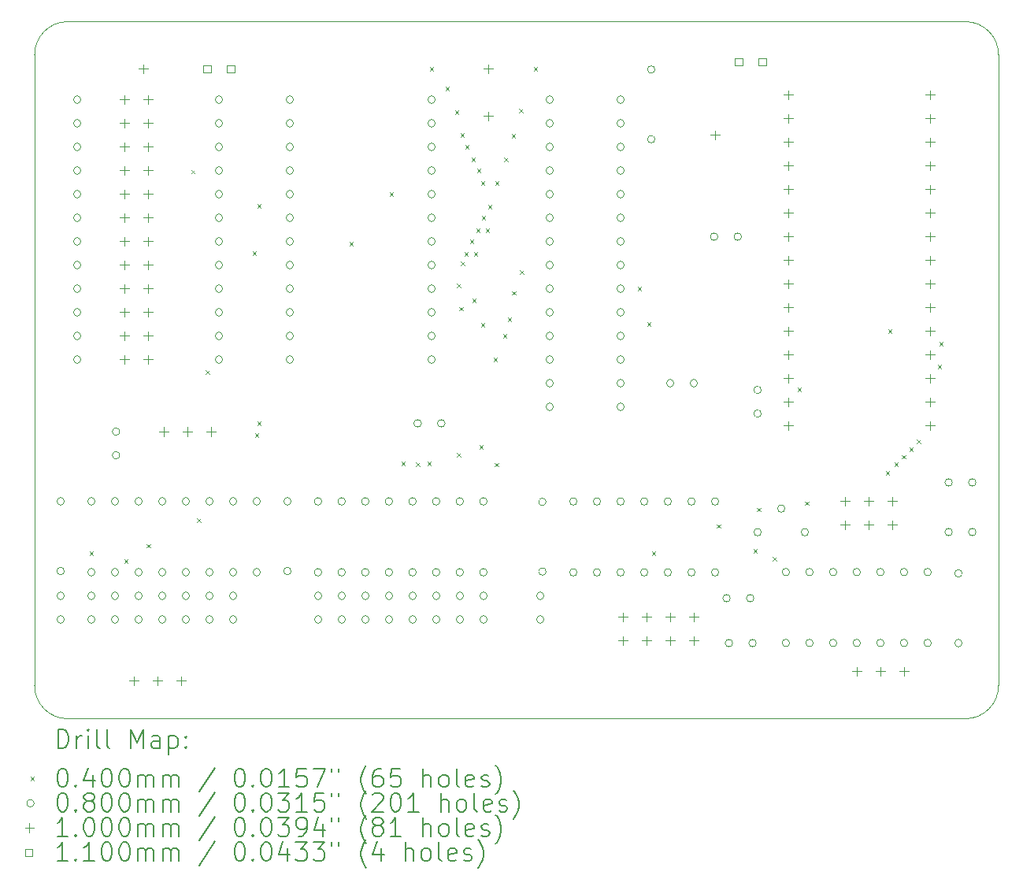
<source format=gbr>
%FSLAX45Y45*%
G04 Gerber Fmt 4.5, Leading zero omitted, Abs format (unit mm)*
G04 Created by KiCad (PCBNEW (6.0.0)) date 2022-08-18 21:42:41*
%MOMM*%
%LPD*%
G01*
G04 APERTURE LIST*
%TA.AperFunction,Profile*%
%ADD10C,0.100000*%
%TD*%
%ADD11C,0.200000*%
%ADD12C,0.040000*%
%ADD13C,0.080000*%
%ADD14C,0.100000*%
%ADD15C,0.110000*%
G04 APERTURE END LIST*
D10*
X8458200Y-9728200D02*
X8458200Y-9906000D01*
X18465800Y-16865600D02*
G75*
G03*
X18821400Y-16510000I0J355600D01*
G01*
X8458200Y-12344400D02*
X8458200Y-14681200D01*
X18465800Y-16865600D02*
X9855200Y-16865600D01*
X17805400Y-9372600D02*
X18465800Y-9372600D01*
X8458200Y-16510000D02*
X8458200Y-14681200D01*
X8813800Y-16865600D02*
X9855200Y-16865600D01*
X8813800Y-9372600D02*
X17805400Y-9372600D01*
X18821400Y-16510000D02*
X18821400Y-9728200D01*
X18821400Y-9728200D02*
G75*
G03*
X18465800Y-9372600I-355600J0D01*
G01*
X8813800Y-9372600D02*
G75*
G03*
X8458200Y-9728200I0J-355600D01*
G01*
X8458200Y-12344400D02*
X8458200Y-9906000D01*
X8458200Y-16510000D02*
G75*
G03*
X8813800Y-16865600I355600J0D01*
G01*
D11*
D12*
X9047800Y-15067600D02*
X9087800Y-15107600D01*
X9087800Y-15067600D02*
X9047800Y-15107600D01*
X9421751Y-15150849D02*
X9461751Y-15190849D01*
X9461751Y-15150849D02*
X9421751Y-15190849D01*
X9661151Y-14987649D02*
X9701151Y-15027649D01*
X9701151Y-14987649D02*
X9661151Y-15027649D01*
X10140000Y-10965500D02*
X10180000Y-11005500D01*
X10180000Y-10965500D02*
X10140000Y-11005500D01*
X10203500Y-14712000D02*
X10243500Y-14752000D01*
X10243500Y-14712000D02*
X10203500Y-14752000D01*
X10299449Y-13118849D02*
X10339449Y-13158849D01*
X10339449Y-13118849D02*
X10299449Y-13158849D01*
X10800400Y-11841800D02*
X10840400Y-11881800D01*
X10840400Y-11841800D02*
X10800400Y-11881800D01*
X10825800Y-13797600D02*
X10865800Y-13837600D01*
X10865800Y-13797600D02*
X10825800Y-13837600D01*
X10851200Y-11333800D02*
X10891200Y-11373800D01*
X10891200Y-11333800D02*
X10851200Y-11373800D01*
X10851200Y-13670600D02*
X10891200Y-13710600D01*
X10891200Y-13670600D02*
X10851200Y-13710600D01*
X11841800Y-11740200D02*
X11881800Y-11780200D01*
X11881800Y-11740200D02*
X11841800Y-11780200D01*
X12273600Y-11206800D02*
X12313600Y-11246800D01*
X12313600Y-11206800D02*
X12273600Y-11246800D01*
X12400600Y-14102400D02*
X12440600Y-14142400D01*
X12440600Y-14102400D02*
X12400600Y-14142400D01*
X12559966Y-14109366D02*
X12599966Y-14149366D01*
X12599966Y-14109366D02*
X12559966Y-14149366D01*
X12680000Y-14102400D02*
X12720000Y-14142400D01*
X12720000Y-14102400D02*
X12680000Y-14142400D01*
X12705400Y-9860600D02*
X12745400Y-9900600D01*
X12745400Y-9860600D02*
X12705400Y-9900600D01*
X12876151Y-10070849D02*
X12916151Y-10110849D01*
X12916151Y-10070849D02*
X12876151Y-10110849D01*
X12977751Y-10324849D02*
X13017751Y-10364849D01*
X13017751Y-10324849D02*
X12977751Y-10364849D01*
X12994960Y-12187240D02*
X13034960Y-12227240D01*
X13034960Y-12187240D02*
X12994960Y-12227240D01*
X13001048Y-14009952D02*
X13041048Y-14049952D01*
X13041048Y-14009952D02*
X13001048Y-14049952D01*
X13022900Y-12438700D02*
X13062900Y-12478700D01*
X13062900Y-12438700D02*
X13022900Y-12478700D01*
X13035600Y-10571800D02*
X13075600Y-10611800D01*
X13075600Y-10571800D02*
X13035600Y-10611800D01*
X13041950Y-11954830D02*
X13081950Y-11994830D01*
X13081950Y-11954830D02*
X13041950Y-11994830D01*
X13079351Y-11848849D02*
X13119351Y-11888849D01*
X13119351Y-11848849D02*
X13079351Y-11888849D01*
X13086400Y-10698800D02*
X13126400Y-10738800D01*
X13126400Y-10698800D02*
X13086400Y-10738800D01*
X13137200Y-11714800D02*
X13177200Y-11754800D01*
X13177200Y-11714800D02*
X13137200Y-11754800D01*
X13155551Y-10832849D02*
X13195551Y-10872849D01*
X13195551Y-10832849D02*
X13155551Y-10872849D01*
X13162600Y-12349800D02*
X13202600Y-12389800D01*
X13202600Y-12349800D02*
X13162600Y-12389800D01*
X13180951Y-11848849D02*
X13220951Y-11888849D01*
X13220951Y-11848849D02*
X13180951Y-11888849D01*
X13206351Y-11594849D02*
X13246351Y-11634849D01*
X13246351Y-11594849D02*
X13206351Y-11634849D01*
X13213400Y-10952800D02*
X13253400Y-10992800D01*
X13253400Y-10952800D02*
X13213400Y-10992800D01*
X13238800Y-13924600D02*
X13278800Y-13964600D01*
X13278800Y-13924600D02*
X13238800Y-13964600D01*
X13257151Y-11086849D02*
X13297151Y-11126849D01*
X13297151Y-11086849D02*
X13257151Y-11126849D01*
X13257151Y-12610849D02*
X13297151Y-12650849D01*
X13297151Y-12610849D02*
X13257151Y-12650849D01*
X13264200Y-11460800D02*
X13304200Y-11500800D01*
X13304200Y-11460800D02*
X13264200Y-11500800D01*
X13307951Y-11594849D02*
X13347951Y-11634849D01*
X13347951Y-11594849D02*
X13307951Y-11634849D01*
X13333351Y-11340849D02*
X13373351Y-11380849D01*
X13373351Y-11340849D02*
X13333351Y-11380849D01*
X13391200Y-12984800D02*
X13431200Y-13024800D01*
X13431200Y-12984800D02*
X13391200Y-13024800D01*
X13403900Y-14115100D02*
X13443900Y-14155100D01*
X13443900Y-14115100D02*
X13403900Y-14155100D01*
X13409551Y-11086849D02*
X13449551Y-11126849D01*
X13449551Y-11086849D02*
X13409551Y-11126849D01*
X13492800Y-12730800D02*
X13532800Y-12770800D01*
X13532800Y-12730800D02*
X13492800Y-12770800D01*
X13507806Y-10836194D02*
X13547806Y-10876194D01*
X13547806Y-10836194D02*
X13507806Y-10876194D01*
X13543600Y-12553000D02*
X13583600Y-12593000D01*
X13583600Y-12553000D02*
X13543600Y-12593000D01*
X13587351Y-10578849D02*
X13627351Y-10618849D01*
X13627351Y-10578849D02*
X13587351Y-10618849D01*
X13590531Y-12269849D02*
X13630531Y-12309849D01*
X13630531Y-12269849D02*
X13590531Y-12309849D01*
X13667489Y-10310751D02*
X13707489Y-10350751D01*
X13707489Y-10310751D02*
X13667489Y-10350751D01*
X13677783Y-12042897D02*
X13717783Y-12082897D01*
X13717783Y-12042897D02*
X13677783Y-12082897D01*
X13823000Y-9860600D02*
X13863000Y-9900600D01*
X13863000Y-9860600D02*
X13823000Y-9900600D01*
X14940600Y-12222800D02*
X14980600Y-12262800D01*
X14980600Y-12222800D02*
X14940600Y-12262800D01*
X15042200Y-12603800D02*
X15082200Y-12643800D01*
X15082200Y-12603800D02*
X15042200Y-12643800D01*
X15093000Y-15067600D02*
X15133000Y-15107600D01*
X15133000Y-15067600D02*
X15093000Y-15107600D01*
X15791500Y-14775500D02*
X15831500Y-14815500D01*
X15831500Y-14775500D02*
X15791500Y-14815500D01*
X16185200Y-15042200D02*
X16225200Y-15082200D01*
X16225200Y-15042200D02*
X16185200Y-15082200D01*
X16223300Y-14597700D02*
X16263300Y-14637700D01*
X16263300Y-14597700D02*
X16223300Y-14637700D01*
X16394949Y-15124949D02*
X16434949Y-15164949D01*
X16434949Y-15124949D02*
X16394949Y-15164949D01*
X16660751Y-13307951D02*
X16700751Y-13347951D01*
X16700751Y-13307951D02*
X16660751Y-13347951D01*
X16740702Y-14530902D02*
X16780702Y-14570902D01*
X16780702Y-14530902D02*
X16740702Y-14570902D01*
X17607600Y-14204000D02*
X17647600Y-14244000D01*
X17647600Y-14204000D02*
X17607600Y-14244000D01*
X17633000Y-12680000D02*
X17673000Y-12720000D01*
X17673000Y-12680000D02*
X17633000Y-12720000D01*
X17701698Y-14109902D02*
X17741698Y-14149902D01*
X17741698Y-14109902D02*
X17701698Y-14149902D01*
X17781649Y-14029951D02*
X17821649Y-14069951D01*
X17821649Y-14029951D02*
X17781649Y-14069951D01*
X17861600Y-13950000D02*
X17901600Y-13990000D01*
X17901600Y-13950000D02*
X17861600Y-13990000D01*
X17944849Y-13866751D02*
X17984849Y-13906751D01*
X17984849Y-13866751D02*
X17944849Y-13906751D01*
X18166400Y-13061000D02*
X18206400Y-13101000D01*
X18206400Y-13061000D02*
X18166400Y-13101000D01*
X18184751Y-12814049D02*
X18224751Y-12854049D01*
X18224751Y-12814049D02*
X18184751Y-12854049D01*
D13*
X8777600Y-14528800D02*
G75*
G03*
X8777600Y-14528800I-40000J0D01*
G01*
X8777600Y-15278800D02*
G75*
G03*
X8777600Y-15278800I-40000J0D01*
G01*
X8777600Y-15544800D02*
G75*
G03*
X8777600Y-15544800I-40000J0D01*
G01*
X8777600Y-15798800D02*
G75*
G03*
X8777600Y-15798800I-40000J0D01*
G01*
X8955400Y-10210800D02*
G75*
G03*
X8955400Y-10210800I-40000J0D01*
G01*
X8955400Y-10464800D02*
G75*
G03*
X8955400Y-10464800I-40000J0D01*
G01*
X8955400Y-10718800D02*
G75*
G03*
X8955400Y-10718800I-40000J0D01*
G01*
X8955400Y-10972800D02*
G75*
G03*
X8955400Y-10972800I-40000J0D01*
G01*
X8955400Y-11226800D02*
G75*
G03*
X8955400Y-11226800I-40000J0D01*
G01*
X8955400Y-11480800D02*
G75*
G03*
X8955400Y-11480800I-40000J0D01*
G01*
X8955400Y-11734800D02*
G75*
G03*
X8955400Y-11734800I-40000J0D01*
G01*
X8955400Y-11988800D02*
G75*
G03*
X8955400Y-11988800I-40000J0D01*
G01*
X8955400Y-12242800D02*
G75*
G03*
X8955400Y-12242800I-40000J0D01*
G01*
X8955400Y-12496800D02*
G75*
G03*
X8955400Y-12496800I-40000J0D01*
G01*
X8955400Y-12750800D02*
G75*
G03*
X8955400Y-12750800I-40000J0D01*
G01*
X8955400Y-13004800D02*
G75*
G03*
X8955400Y-13004800I-40000J0D01*
G01*
X9107800Y-14528800D02*
G75*
G03*
X9107800Y-14528800I-40000J0D01*
G01*
X9107800Y-15290800D02*
G75*
G03*
X9107800Y-15290800I-40000J0D01*
G01*
X9107800Y-15544800D02*
G75*
G03*
X9107800Y-15544800I-40000J0D01*
G01*
X9107800Y-15798800D02*
G75*
G03*
X9107800Y-15798800I-40000J0D01*
G01*
X9361800Y-14528800D02*
G75*
G03*
X9361800Y-14528800I-40000J0D01*
G01*
X9361800Y-15290800D02*
G75*
G03*
X9361800Y-15290800I-40000J0D01*
G01*
X9361800Y-15544800D02*
G75*
G03*
X9361800Y-15544800I-40000J0D01*
G01*
X9361800Y-15798800D02*
G75*
G03*
X9361800Y-15798800I-40000J0D01*
G01*
X9374500Y-13779500D02*
G75*
G03*
X9374500Y-13779500I-40000J0D01*
G01*
X9374500Y-14033500D02*
G75*
G03*
X9374500Y-14033500I-40000J0D01*
G01*
X9615800Y-14528800D02*
G75*
G03*
X9615800Y-14528800I-40000J0D01*
G01*
X9615800Y-15290800D02*
G75*
G03*
X9615800Y-15290800I-40000J0D01*
G01*
X9615800Y-15544800D02*
G75*
G03*
X9615800Y-15544800I-40000J0D01*
G01*
X9615800Y-15798800D02*
G75*
G03*
X9615800Y-15798800I-40000J0D01*
G01*
X9869800Y-14528800D02*
G75*
G03*
X9869800Y-14528800I-40000J0D01*
G01*
X9869800Y-15290800D02*
G75*
G03*
X9869800Y-15290800I-40000J0D01*
G01*
X9869800Y-15544800D02*
G75*
G03*
X9869800Y-15544800I-40000J0D01*
G01*
X9869800Y-15798800D02*
G75*
G03*
X9869800Y-15798800I-40000J0D01*
G01*
X10123800Y-14528800D02*
G75*
G03*
X10123800Y-14528800I-40000J0D01*
G01*
X10123800Y-15290800D02*
G75*
G03*
X10123800Y-15290800I-40000J0D01*
G01*
X10123800Y-15544800D02*
G75*
G03*
X10123800Y-15544800I-40000J0D01*
G01*
X10123800Y-15798800D02*
G75*
G03*
X10123800Y-15798800I-40000J0D01*
G01*
X10377800Y-14528800D02*
G75*
G03*
X10377800Y-14528800I-40000J0D01*
G01*
X10377800Y-15290800D02*
G75*
G03*
X10377800Y-15290800I-40000J0D01*
G01*
X10377800Y-15544800D02*
G75*
G03*
X10377800Y-15544800I-40000J0D01*
G01*
X10377800Y-15798800D02*
G75*
G03*
X10377800Y-15798800I-40000J0D01*
G01*
X10479400Y-10210800D02*
G75*
G03*
X10479400Y-10210800I-40000J0D01*
G01*
X10479400Y-10464800D02*
G75*
G03*
X10479400Y-10464800I-40000J0D01*
G01*
X10479400Y-10718800D02*
G75*
G03*
X10479400Y-10718800I-40000J0D01*
G01*
X10479400Y-10972800D02*
G75*
G03*
X10479400Y-10972800I-40000J0D01*
G01*
X10479400Y-11226800D02*
G75*
G03*
X10479400Y-11226800I-40000J0D01*
G01*
X10479400Y-11480800D02*
G75*
G03*
X10479400Y-11480800I-40000J0D01*
G01*
X10479400Y-11734800D02*
G75*
G03*
X10479400Y-11734800I-40000J0D01*
G01*
X10479400Y-11988800D02*
G75*
G03*
X10479400Y-11988800I-40000J0D01*
G01*
X10479400Y-12242800D02*
G75*
G03*
X10479400Y-12242800I-40000J0D01*
G01*
X10479400Y-12496800D02*
G75*
G03*
X10479400Y-12496800I-40000J0D01*
G01*
X10479400Y-12750800D02*
G75*
G03*
X10479400Y-12750800I-40000J0D01*
G01*
X10479400Y-13004800D02*
G75*
G03*
X10479400Y-13004800I-40000J0D01*
G01*
X10631800Y-14528800D02*
G75*
G03*
X10631800Y-14528800I-40000J0D01*
G01*
X10631800Y-15290800D02*
G75*
G03*
X10631800Y-15290800I-40000J0D01*
G01*
X10631800Y-15544800D02*
G75*
G03*
X10631800Y-15544800I-40000J0D01*
G01*
X10631800Y-15798800D02*
G75*
G03*
X10631800Y-15798800I-40000J0D01*
G01*
X10885800Y-14528800D02*
G75*
G03*
X10885800Y-14528800I-40000J0D01*
G01*
X10885800Y-15290800D02*
G75*
G03*
X10885800Y-15290800I-40000J0D01*
G01*
X11216000Y-14528800D02*
G75*
G03*
X11216000Y-14528800I-40000J0D01*
G01*
X11216000Y-15278800D02*
G75*
G03*
X11216000Y-15278800I-40000J0D01*
G01*
X11241400Y-10210800D02*
G75*
G03*
X11241400Y-10210800I-40000J0D01*
G01*
X11241400Y-10464800D02*
G75*
G03*
X11241400Y-10464800I-40000J0D01*
G01*
X11241400Y-10718800D02*
G75*
G03*
X11241400Y-10718800I-40000J0D01*
G01*
X11241400Y-10972800D02*
G75*
G03*
X11241400Y-10972800I-40000J0D01*
G01*
X11241400Y-11226800D02*
G75*
G03*
X11241400Y-11226800I-40000J0D01*
G01*
X11241400Y-11480800D02*
G75*
G03*
X11241400Y-11480800I-40000J0D01*
G01*
X11241400Y-11734800D02*
G75*
G03*
X11241400Y-11734800I-40000J0D01*
G01*
X11241400Y-11988800D02*
G75*
G03*
X11241400Y-11988800I-40000J0D01*
G01*
X11241400Y-12242800D02*
G75*
G03*
X11241400Y-12242800I-40000J0D01*
G01*
X11241400Y-12496800D02*
G75*
G03*
X11241400Y-12496800I-40000J0D01*
G01*
X11241400Y-12750800D02*
G75*
G03*
X11241400Y-12750800I-40000J0D01*
G01*
X11241400Y-13004800D02*
G75*
G03*
X11241400Y-13004800I-40000J0D01*
G01*
X11544700Y-14529800D02*
G75*
G03*
X11544700Y-14529800I-40000J0D01*
G01*
X11544700Y-15291800D02*
G75*
G03*
X11544700Y-15291800I-40000J0D01*
G01*
X11546200Y-15544800D02*
G75*
G03*
X11546200Y-15544800I-40000J0D01*
G01*
X11546200Y-15798800D02*
G75*
G03*
X11546200Y-15798800I-40000J0D01*
G01*
X11798700Y-14529800D02*
G75*
G03*
X11798700Y-14529800I-40000J0D01*
G01*
X11798700Y-15291800D02*
G75*
G03*
X11798700Y-15291800I-40000J0D01*
G01*
X11800200Y-15544800D02*
G75*
G03*
X11800200Y-15544800I-40000J0D01*
G01*
X11800200Y-15798800D02*
G75*
G03*
X11800200Y-15798800I-40000J0D01*
G01*
X12052700Y-14529800D02*
G75*
G03*
X12052700Y-14529800I-40000J0D01*
G01*
X12052700Y-15291800D02*
G75*
G03*
X12052700Y-15291800I-40000J0D01*
G01*
X12054200Y-15544800D02*
G75*
G03*
X12054200Y-15544800I-40000J0D01*
G01*
X12054200Y-15798800D02*
G75*
G03*
X12054200Y-15798800I-40000J0D01*
G01*
X12306700Y-14529800D02*
G75*
G03*
X12306700Y-14529800I-40000J0D01*
G01*
X12306700Y-15291800D02*
G75*
G03*
X12306700Y-15291800I-40000J0D01*
G01*
X12308200Y-15544800D02*
G75*
G03*
X12308200Y-15544800I-40000J0D01*
G01*
X12308200Y-15798800D02*
G75*
G03*
X12308200Y-15798800I-40000J0D01*
G01*
X12560700Y-14529800D02*
G75*
G03*
X12560700Y-14529800I-40000J0D01*
G01*
X12560700Y-15291800D02*
G75*
G03*
X12560700Y-15291800I-40000J0D01*
G01*
X12562200Y-15544800D02*
G75*
G03*
X12562200Y-15544800I-40000J0D01*
G01*
X12562200Y-15798800D02*
G75*
G03*
X12562200Y-15798800I-40000J0D01*
G01*
X12615900Y-13690600D02*
G75*
G03*
X12615900Y-13690600I-40000J0D01*
G01*
X12765400Y-10210800D02*
G75*
G03*
X12765400Y-10210800I-40000J0D01*
G01*
X12765400Y-10464800D02*
G75*
G03*
X12765400Y-10464800I-40000J0D01*
G01*
X12765400Y-10718800D02*
G75*
G03*
X12765400Y-10718800I-40000J0D01*
G01*
X12765400Y-10972800D02*
G75*
G03*
X12765400Y-10972800I-40000J0D01*
G01*
X12765400Y-11226800D02*
G75*
G03*
X12765400Y-11226800I-40000J0D01*
G01*
X12765400Y-11480800D02*
G75*
G03*
X12765400Y-11480800I-40000J0D01*
G01*
X12765400Y-11734800D02*
G75*
G03*
X12765400Y-11734800I-40000J0D01*
G01*
X12765400Y-11988800D02*
G75*
G03*
X12765400Y-11988800I-40000J0D01*
G01*
X12765400Y-12242800D02*
G75*
G03*
X12765400Y-12242800I-40000J0D01*
G01*
X12765400Y-12496800D02*
G75*
G03*
X12765400Y-12496800I-40000J0D01*
G01*
X12765400Y-12750800D02*
G75*
G03*
X12765400Y-12750800I-40000J0D01*
G01*
X12765400Y-13004800D02*
G75*
G03*
X12765400Y-13004800I-40000J0D01*
G01*
X12814700Y-14529800D02*
G75*
G03*
X12814700Y-14529800I-40000J0D01*
G01*
X12814700Y-15291800D02*
G75*
G03*
X12814700Y-15291800I-40000J0D01*
G01*
X12816200Y-15544800D02*
G75*
G03*
X12816200Y-15544800I-40000J0D01*
G01*
X12816200Y-15798800D02*
G75*
G03*
X12816200Y-15798800I-40000J0D01*
G01*
X12869900Y-13690600D02*
G75*
G03*
X12869900Y-13690600I-40000J0D01*
G01*
X13068700Y-14529800D02*
G75*
G03*
X13068700Y-14529800I-40000J0D01*
G01*
X13068700Y-15291800D02*
G75*
G03*
X13068700Y-15291800I-40000J0D01*
G01*
X13070200Y-15544800D02*
G75*
G03*
X13070200Y-15544800I-40000J0D01*
G01*
X13070200Y-15798800D02*
G75*
G03*
X13070200Y-15798800I-40000J0D01*
G01*
X13322700Y-14529800D02*
G75*
G03*
X13322700Y-14529800I-40000J0D01*
G01*
X13322700Y-15291800D02*
G75*
G03*
X13322700Y-15291800I-40000J0D01*
G01*
X13324200Y-15544800D02*
G75*
G03*
X13324200Y-15544800I-40000J0D01*
G01*
X13324200Y-15798800D02*
G75*
G03*
X13324200Y-15798800I-40000J0D01*
G01*
X13933800Y-15544800D02*
G75*
G03*
X13933800Y-15544800I-40000J0D01*
G01*
X13933800Y-15798800D02*
G75*
G03*
X13933800Y-15798800I-40000J0D01*
G01*
X13956900Y-14533800D02*
G75*
G03*
X13956900Y-14533800I-40000J0D01*
G01*
X13956900Y-15283800D02*
G75*
G03*
X13956900Y-15283800I-40000J0D01*
G01*
X14035400Y-10210800D02*
G75*
G03*
X14035400Y-10210800I-40000J0D01*
G01*
X14035400Y-10464800D02*
G75*
G03*
X14035400Y-10464800I-40000J0D01*
G01*
X14035400Y-10718800D02*
G75*
G03*
X14035400Y-10718800I-40000J0D01*
G01*
X14035400Y-10972800D02*
G75*
G03*
X14035400Y-10972800I-40000J0D01*
G01*
X14035400Y-11226800D02*
G75*
G03*
X14035400Y-11226800I-40000J0D01*
G01*
X14035400Y-11480800D02*
G75*
G03*
X14035400Y-11480800I-40000J0D01*
G01*
X14035400Y-11734800D02*
G75*
G03*
X14035400Y-11734800I-40000J0D01*
G01*
X14035400Y-11988800D02*
G75*
G03*
X14035400Y-11988800I-40000J0D01*
G01*
X14035400Y-12242800D02*
G75*
G03*
X14035400Y-12242800I-40000J0D01*
G01*
X14035400Y-12496800D02*
G75*
G03*
X14035400Y-12496800I-40000J0D01*
G01*
X14035400Y-12750800D02*
G75*
G03*
X14035400Y-12750800I-40000J0D01*
G01*
X14035400Y-13004800D02*
G75*
G03*
X14035400Y-13004800I-40000J0D01*
G01*
X14035400Y-13258800D02*
G75*
G03*
X14035400Y-13258800I-40000J0D01*
G01*
X14035400Y-13512800D02*
G75*
G03*
X14035400Y-13512800I-40000J0D01*
G01*
X14289900Y-14529800D02*
G75*
G03*
X14289900Y-14529800I-40000J0D01*
G01*
X14289900Y-15291800D02*
G75*
G03*
X14289900Y-15291800I-40000J0D01*
G01*
X14543900Y-14529800D02*
G75*
G03*
X14543900Y-14529800I-40000J0D01*
G01*
X14543900Y-15291800D02*
G75*
G03*
X14543900Y-15291800I-40000J0D01*
G01*
X14797400Y-10210800D02*
G75*
G03*
X14797400Y-10210800I-40000J0D01*
G01*
X14797400Y-10464800D02*
G75*
G03*
X14797400Y-10464800I-40000J0D01*
G01*
X14797400Y-10718800D02*
G75*
G03*
X14797400Y-10718800I-40000J0D01*
G01*
X14797400Y-10972800D02*
G75*
G03*
X14797400Y-10972800I-40000J0D01*
G01*
X14797400Y-11226800D02*
G75*
G03*
X14797400Y-11226800I-40000J0D01*
G01*
X14797400Y-11480800D02*
G75*
G03*
X14797400Y-11480800I-40000J0D01*
G01*
X14797400Y-11734800D02*
G75*
G03*
X14797400Y-11734800I-40000J0D01*
G01*
X14797400Y-11988800D02*
G75*
G03*
X14797400Y-11988800I-40000J0D01*
G01*
X14797400Y-12242800D02*
G75*
G03*
X14797400Y-12242800I-40000J0D01*
G01*
X14797400Y-12496800D02*
G75*
G03*
X14797400Y-12496800I-40000J0D01*
G01*
X14797400Y-12750800D02*
G75*
G03*
X14797400Y-12750800I-40000J0D01*
G01*
X14797400Y-13004800D02*
G75*
G03*
X14797400Y-13004800I-40000J0D01*
G01*
X14797400Y-13258800D02*
G75*
G03*
X14797400Y-13258800I-40000J0D01*
G01*
X14797400Y-13512800D02*
G75*
G03*
X14797400Y-13512800I-40000J0D01*
G01*
X14797900Y-14529800D02*
G75*
G03*
X14797900Y-14529800I-40000J0D01*
G01*
X14797900Y-15291800D02*
G75*
G03*
X14797900Y-15291800I-40000J0D01*
G01*
X15051900Y-14529800D02*
G75*
G03*
X15051900Y-14529800I-40000J0D01*
G01*
X15051900Y-15291800D02*
G75*
G03*
X15051900Y-15291800I-40000J0D01*
G01*
X15127600Y-9886600D02*
G75*
G03*
X15127600Y-9886600I-40000J0D01*
G01*
X15127600Y-10636600D02*
G75*
G03*
X15127600Y-10636600I-40000J0D01*
G01*
X15305900Y-14529800D02*
G75*
G03*
X15305900Y-14529800I-40000J0D01*
G01*
X15305900Y-15291800D02*
G75*
G03*
X15305900Y-15291800I-40000J0D01*
G01*
X15330800Y-13258800D02*
G75*
G03*
X15330800Y-13258800I-40000J0D01*
G01*
X15559900Y-14529800D02*
G75*
G03*
X15559900Y-14529800I-40000J0D01*
G01*
X15559900Y-15291800D02*
G75*
G03*
X15559900Y-15291800I-40000J0D01*
G01*
X15584800Y-13258800D02*
G75*
G03*
X15584800Y-13258800I-40000J0D01*
G01*
X15803569Y-11684000D02*
G75*
G03*
X15803569Y-11684000I-40000J0D01*
G01*
X15813900Y-14529800D02*
G75*
G03*
X15813900Y-14529800I-40000J0D01*
G01*
X15813900Y-15291800D02*
G75*
G03*
X15813900Y-15291800I-40000J0D01*
G01*
X15937500Y-15570200D02*
G75*
G03*
X15937500Y-15570200I-40000J0D01*
G01*
X15962900Y-16052800D02*
G75*
G03*
X15962900Y-16052800I-40000J0D01*
G01*
X16057569Y-11684000D02*
G75*
G03*
X16057569Y-11684000I-40000J0D01*
G01*
X16191500Y-15570200D02*
G75*
G03*
X16191500Y-15570200I-40000J0D01*
G01*
X16216900Y-16052800D02*
G75*
G03*
X16216900Y-16052800I-40000J0D01*
G01*
X16270600Y-13332100D02*
G75*
G03*
X16270600Y-13332100I-40000J0D01*
G01*
X16270600Y-13586100D02*
G75*
G03*
X16270600Y-13586100I-40000J0D01*
G01*
X16270600Y-14859800D02*
G75*
G03*
X16270600Y-14859800I-40000J0D01*
G01*
X16524600Y-14605800D02*
G75*
G03*
X16524600Y-14605800I-40000J0D01*
G01*
X16574900Y-15289800D02*
G75*
G03*
X16574900Y-15289800I-40000J0D01*
G01*
X16574900Y-16051800D02*
G75*
G03*
X16574900Y-16051800I-40000J0D01*
G01*
X16778600Y-14859800D02*
G75*
G03*
X16778600Y-14859800I-40000J0D01*
G01*
X16828900Y-15289800D02*
G75*
G03*
X16828900Y-15289800I-40000J0D01*
G01*
X16828900Y-16051800D02*
G75*
G03*
X16828900Y-16051800I-40000J0D01*
G01*
X17082900Y-15289800D02*
G75*
G03*
X17082900Y-15289800I-40000J0D01*
G01*
X17082900Y-16051800D02*
G75*
G03*
X17082900Y-16051800I-40000J0D01*
G01*
X17336900Y-15289800D02*
G75*
G03*
X17336900Y-15289800I-40000J0D01*
G01*
X17336900Y-16051800D02*
G75*
G03*
X17336900Y-16051800I-40000J0D01*
G01*
X17590900Y-15289800D02*
G75*
G03*
X17590900Y-15289800I-40000J0D01*
G01*
X17590900Y-16051800D02*
G75*
G03*
X17590900Y-16051800I-40000J0D01*
G01*
X17844900Y-15289800D02*
G75*
G03*
X17844900Y-15289800I-40000J0D01*
G01*
X17844900Y-16051800D02*
G75*
G03*
X17844900Y-16051800I-40000J0D01*
G01*
X18098900Y-15289800D02*
G75*
G03*
X18098900Y-15289800I-40000J0D01*
G01*
X18098900Y-16051800D02*
G75*
G03*
X18098900Y-16051800I-40000J0D01*
G01*
X18325100Y-14325600D02*
G75*
G03*
X18325100Y-14325600I-40000J0D01*
G01*
X18325100Y-14859000D02*
G75*
G03*
X18325100Y-14859000I-40000J0D01*
G01*
X18429600Y-15302800D02*
G75*
G03*
X18429600Y-15302800I-40000J0D01*
G01*
X18429600Y-16052800D02*
G75*
G03*
X18429600Y-16052800I-40000J0D01*
G01*
X18579100Y-14325600D02*
G75*
G03*
X18579100Y-14325600I-40000J0D01*
G01*
X18579100Y-14859000D02*
G75*
G03*
X18579100Y-14859000I-40000J0D01*
G01*
D14*
X9423400Y-10160800D02*
X9423400Y-10260800D01*
X9373400Y-10210800D02*
X9473400Y-10210800D01*
X9423400Y-10414800D02*
X9423400Y-10514800D01*
X9373400Y-10464800D02*
X9473400Y-10464800D01*
X9423400Y-10668800D02*
X9423400Y-10768800D01*
X9373400Y-10718800D02*
X9473400Y-10718800D01*
X9423400Y-10922800D02*
X9423400Y-11022800D01*
X9373400Y-10972800D02*
X9473400Y-10972800D01*
X9423400Y-11176800D02*
X9423400Y-11276800D01*
X9373400Y-11226800D02*
X9473400Y-11226800D01*
X9423400Y-11430800D02*
X9423400Y-11530800D01*
X9373400Y-11480800D02*
X9473400Y-11480800D01*
X9423400Y-11684800D02*
X9423400Y-11784800D01*
X9373400Y-11734800D02*
X9473400Y-11734800D01*
X9423400Y-11938800D02*
X9423400Y-12038800D01*
X9373400Y-11988800D02*
X9473400Y-11988800D01*
X9423400Y-12192800D02*
X9423400Y-12292800D01*
X9373400Y-12242800D02*
X9473400Y-12242800D01*
X9423400Y-12446800D02*
X9423400Y-12546800D01*
X9373400Y-12496800D02*
X9473400Y-12496800D01*
X9423400Y-12700800D02*
X9423400Y-12800800D01*
X9373400Y-12750800D02*
X9473400Y-12750800D01*
X9423400Y-12954800D02*
X9423400Y-13054800D01*
X9373400Y-13004800D02*
X9473400Y-13004800D01*
X9526500Y-16409200D02*
X9526500Y-16509200D01*
X9476500Y-16459200D02*
X9576500Y-16459200D01*
X9626600Y-9830600D02*
X9626600Y-9930600D01*
X9576600Y-9880600D02*
X9676600Y-9880600D01*
X9677400Y-10160800D02*
X9677400Y-10260800D01*
X9627400Y-10210800D02*
X9727400Y-10210800D01*
X9677400Y-10414800D02*
X9677400Y-10514800D01*
X9627400Y-10464800D02*
X9727400Y-10464800D01*
X9677400Y-10668800D02*
X9677400Y-10768800D01*
X9627400Y-10718800D02*
X9727400Y-10718800D01*
X9677400Y-10922800D02*
X9677400Y-11022800D01*
X9627400Y-10972800D02*
X9727400Y-10972800D01*
X9677400Y-11176800D02*
X9677400Y-11276800D01*
X9627400Y-11226800D02*
X9727400Y-11226800D01*
X9677400Y-11430800D02*
X9677400Y-11530800D01*
X9627400Y-11480800D02*
X9727400Y-11480800D01*
X9677400Y-11684800D02*
X9677400Y-11784800D01*
X9627400Y-11734800D02*
X9727400Y-11734800D01*
X9677400Y-11938800D02*
X9677400Y-12038800D01*
X9627400Y-11988800D02*
X9727400Y-11988800D01*
X9677400Y-12192800D02*
X9677400Y-12292800D01*
X9627400Y-12242800D02*
X9727400Y-12242800D01*
X9677400Y-12446800D02*
X9677400Y-12546800D01*
X9627400Y-12496800D02*
X9727400Y-12496800D01*
X9677400Y-12700800D02*
X9677400Y-12800800D01*
X9627400Y-12750800D02*
X9727400Y-12750800D01*
X9677400Y-12954800D02*
X9677400Y-13054800D01*
X9627400Y-13004800D02*
X9727400Y-13004800D01*
X9780500Y-16409200D02*
X9780500Y-16509200D01*
X9730500Y-16459200D02*
X9830500Y-16459200D01*
X9844000Y-13729500D02*
X9844000Y-13829500D01*
X9794000Y-13779500D02*
X9894000Y-13779500D01*
X10034500Y-16409200D02*
X10034500Y-16509200D01*
X9984500Y-16459200D02*
X10084500Y-16459200D01*
X10098000Y-13729500D02*
X10098000Y-13829500D01*
X10048000Y-13779500D02*
X10148000Y-13779500D01*
X10352000Y-13729500D02*
X10352000Y-13829500D01*
X10302000Y-13779500D02*
X10402000Y-13779500D01*
X13335000Y-9830600D02*
X13335000Y-9930600D01*
X13285000Y-9880600D02*
X13385000Y-9880600D01*
X13335000Y-10338600D02*
X13335000Y-10438600D01*
X13285000Y-10388600D02*
X13385000Y-10388600D01*
X14781800Y-15722900D02*
X14781800Y-15822900D01*
X14731800Y-15772900D02*
X14831800Y-15772900D01*
X14781800Y-15976900D02*
X14781800Y-16076900D01*
X14731800Y-16026900D02*
X14831800Y-16026900D01*
X15035800Y-15722900D02*
X15035800Y-15822900D01*
X14985800Y-15772900D02*
X15085800Y-15772900D01*
X15035800Y-15976900D02*
X15035800Y-16076900D01*
X14985800Y-16026900D02*
X15085800Y-16026900D01*
X15289800Y-15722900D02*
X15289800Y-15822900D01*
X15239800Y-15772900D02*
X15339800Y-15772900D01*
X15289800Y-15976900D02*
X15289800Y-16076900D01*
X15239800Y-16026900D02*
X15339800Y-16026900D01*
X15543800Y-15722900D02*
X15543800Y-15822900D01*
X15493800Y-15772900D02*
X15593800Y-15772900D01*
X15543800Y-15976900D02*
X15543800Y-16076900D01*
X15493800Y-16026900D02*
X15593800Y-16026900D01*
X15773400Y-10541800D02*
X15773400Y-10641800D01*
X15723400Y-10591800D02*
X15823400Y-10591800D01*
X16560800Y-10110000D02*
X16560800Y-10210000D01*
X16510800Y-10160000D02*
X16610800Y-10160000D01*
X16560800Y-10364000D02*
X16560800Y-10464000D01*
X16510800Y-10414000D02*
X16610800Y-10414000D01*
X16560800Y-10618000D02*
X16560800Y-10718000D01*
X16510800Y-10668000D02*
X16610800Y-10668000D01*
X16560800Y-10872000D02*
X16560800Y-10972000D01*
X16510800Y-10922000D02*
X16610800Y-10922000D01*
X16560800Y-11126000D02*
X16560800Y-11226000D01*
X16510800Y-11176000D02*
X16610800Y-11176000D01*
X16560800Y-11380000D02*
X16560800Y-11480000D01*
X16510800Y-11430000D02*
X16610800Y-11430000D01*
X16560800Y-11634000D02*
X16560800Y-11734000D01*
X16510800Y-11684000D02*
X16610800Y-11684000D01*
X16560800Y-11888000D02*
X16560800Y-11988000D01*
X16510800Y-11938000D02*
X16610800Y-11938000D01*
X16560800Y-12142000D02*
X16560800Y-12242000D01*
X16510800Y-12192000D02*
X16610800Y-12192000D01*
X16560800Y-12396000D02*
X16560800Y-12496000D01*
X16510800Y-12446000D02*
X16610800Y-12446000D01*
X16560800Y-12650000D02*
X16560800Y-12750000D01*
X16510800Y-12700000D02*
X16610800Y-12700000D01*
X16560800Y-12904000D02*
X16560800Y-13004000D01*
X16510800Y-12954000D02*
X16610800Y-12954000D01*
X16560800Y-13158000D02*
X16560800Y-13258000D01*
X16510800Y-13208000D02*
X16610800Y-13208000D01*
X16560800Y-13412000D02*
X16560800Y-13512000D01*
X16510800Y-13462000D02*
X16610800Y-13462000D01*
X16560800Y-13666000D02*
X16560800Y-13766000D01*
X16510800Y-13716000D02*
X16610800Y-13716000D01*
X17170400Y-14478800D02*
X17170400Y-14578800D01*
X17120400Y-14528800D02*
X17220400Y-14528800D01*
X17170400Y-14732800D02*
X17170400Y-14832800D01*
X17120400Y-14782800D02*
X17220400Y-14782800D01*
X17297400Y-16307600D02*
X17297400Y-16407600D01*
X17247400Y-16357600D02*
X17347400Y-16357600D01*
X17424400Y-14478800D02*
X17424400Y-14578800D01*
X17374400Y-14528800D02*
X17474400Y-14528800D01*
X17424400Y-14732800D02*
X17424400Y-14832800D01*
X17374400Y-14782800D02*
X17474400Y-14782800D01*
X17551400Y-16307600D02*
X17551400Y-16407600D01*
X17501400Y-16357600D02*
X17601400Y-16357600D01*
X17678400Y-14478800D02*
X17678400Y-14578800D01*
X17628400Y-14528800D02*
X17728400Y-14528800D01*
X17678400Y-14732800D02*
X17678400Y-14832800D01*
X17628400Y-14782800D02*
X17728400Y-14782800D01*
X17805400Y-16307600D02*
X17805400Y-16407600D01*
X17755400Y-16357600D02*
X17855400Y-16357600D01*
X18084800Y-10110000D02*
X18084800Y-10210000D01*
X18034800Y-10160000D02*
X18134800Y-10160000D01*
X18084800Y-10364000D02*
X18084800Y-10464000D01*
X18034800Y-10414000D02*
X18134800Y-10414000D01*
X18084800Y-10618000D02*
X18084800Y-10718000D01*
X18034800Y-10668000D02*
X18134800Y-10668000D01*
X18084800Y-10872000D02*
X18084800Y-10972000D01*
X18034800Y-10922000D02*
X18134800Y-10922000D01*
X18084800Y-11126000D02*
X18084800Y-11226000D01*
X18034800Y-11176000D02*
X18134800Y-11176000D01*
X18084800Y-11380000D02*
X18084800Y-11480000D01*
X18034800Y-11430000D02*
X18134800Y-11430000D01*
X18084800Y-11634000D02*
X18084800Y-11734000D01*
X18034800Y-11684000D02*
X18134800Y-11684000D01*
X18084800Y-11888000D02*
X18084800Y-11988000D01*
X18034800Y-11938000D02*
X18134800Y-11938000D01*
X18084800Y-12142000D02*
X18084800Y-12242000D01*
X18034800Y-12192000D02*
X18134800Y-12192000D01*
X18084800Y-12396000D02*
X18084800Y-12496000D01*
X18034800Y-12446000D02*
X18134800Y-12446000D01*
X18084800Y-12650000D02*
X18084800Y-12750000D01*
X18034800Y-12700000D02*
X18134800Y-12700000D01*
X18084800Y-12904000D02*
X18084800Y-13004000D01*
X18034800Y-12954000D02*
X18134800Y-12954000D01*
X18084800Y-13158000D02*
X18084800Y-13258000D01*
X18034800Y-13208000D02*
X18134800Y-13208000D01*
X18084800Y-13412000D02*
X18084800Y-13512000D01*
X18034800Y-13462000D02*
X18134800Y-13462000D01*
X18084800Y-13666000D02*
X18084800Y-13766000D01*
X18034800Y-13716000D02*
X18134800Y-13716000D01*
D15*
X10351291Y-9919491D02*
X10351291Y-9841709D01*
X10273509Y-9841709D01*
X10273509Y-9919491D01*
X10351291Y-9919491D01*
X10605291Y-9919491D02*
X10605291Y-9841709D01*
X10527509Y-9841709D01*
X10527509Y-9919491D01*
X10605291Y-9919491D01*
X16066291Y-9843291D02*
X16066291Y-9765509D01*
X15988509Y-9765509D01*
X15988509Y-9843291D01*
X16066291Y-9843291D01*
X16320291Y-9843291D02*
X16320291Y-9765509D01*
X16242509Y-9765509D01*
X16242509Y-9843291D01*
X16320291Y-9843291D01*
D11*
X8710819Y-17181076D02*
X8710819Y-16981076D01*
X8758438Y-16981076D01*
X8787010Y-16990600D01*
X8806057Y-17009648D01*
X8815581Y-17028695D01*
X8825105Y-17066790D01*
X8825105Y-17095362D01*
X8815581Y-17133457D01*
X8806057Y-17152505D01*
X8787010Y-17171552D01*
X8758438Y-17181076D01*
X8710819Y-17181076D01*
X8910819Y-17181076D02*
X8910819Y-17047743D01*
X8910819Y-17085838D02*
X8920343Y-17066790D01*
X8929867Y-17057267D01*
X8948914Y-17047743D01*
X8967962Y-17047743D01*
X9034629Y-17181076D02*
X9034629Y-17047743D01*
X9034629Y-16981076D02*
X9025105Y-16990600D01*
X9034629Y-17000124D01*
X9044152Y-16990600D01*
X9034629Y-16981076D01*
X9034629Y-17000124D01*
X9158438Y-17181076D02*
X9139390Y-17171552D01*
X9129867Y-17152505D01*
X9129867Y-16981076D01*
X9263200Y-17181076D02*
X9244152Y-17171552D01*
X9234629Y-17152505D01*
X9234629Y-16981076D01*
X9491771Y-17181076D02*
X9491771Y-16981076D01*
X9558438Y-17123933D01*
X9625105Y-16981076D01*
X9625105Y-17181076D01*
X9806057Y-17181076D02*
X9806057Y-17076314D01*
X9796533Y-17057267D01*
X9777486Y-17047743D01*
X9739390Y-17047743D01*
X9720343Y-17057267D01*
X9806057Y-17171552D02*
X9787010Y-17181076D01*
X9739390Y-17181076D01*
X9720343Y-17171552D01*
X9710819Y-17152505D01*
X9710819Y-17133457D01*
X9720343Y-17114410D01*
X9739390Y-17104886D01*
X9787010Y-17104886D01*
X9806057Y-17095362D01*
X9901295Y-17047743D02*
X9901295Y-17247743D01*
X9901295Y-17057267D02*
X9920343Y-17047743D01*
X9958438Y-17047743D01*
X9977486Y-17057267D01*
X9987010Y-17066790D01*
X9996533Y-17085838D01*
X9996533Y-17142981D01*
X9987010Y-17162029D01*
X9977486Y-17171552D01*
X9958438Y-17181076D01*
X9920343Y-17181076D01*
X9901295Y-17171552D01*
X10082248Y-17162029D02*
X10091771Y-17171552D01*
X10082248Y-17181076D01*
X10072724Y-17171552D01*
X10082248Y-17162029D01*
X10082248Y-17181076D01*
X10082248Y-17057267D02*
X10091771Y-17066790D01*
X10082248Y-17076314D01*
X10072724Y-17066790D01*
X10082248Y-17057267D01*
X10082248Y-17076314D01*
D12*
X8413200Y-17490600D02*
X8453200Y-17530600D01*
X8453200Y-17490600D02*
X8413200Y-17530600D01*
D11*
X8748914Y-17401076D02*
X8767962Y-17401076D01*
X8787010Y-17410600D01*
X8796533Y-17420124D01*
X8806057Y-17439171D01*
X8815581Y-17477267D01*
X8815581Y-17524886D01*
X8806057Y-17562981D01*
X8796533Y-17582029D01*
X8787010Y-17591552D01*
X8767962Y-17601076D01*
X8748914Y-17601076D01*
X8729867Y-17591552D01*
X8720343Y-17582029D01*
X8710819Y-17562981D01*
X8701295Y-17524886D01*
X8701295Y-17477267D01*
X8710819Y-17439171D01*
X8720343Y-17420124D01*
X8729867Y-17410600D01*
X8748914Y-17401076D01*
X8901295Y-17582029D02*
X8910819Y-17591552D01*
X8901295Y-17601076D01*
X8891771Y-17591552D01*
X8901295Y-17582029D01*
X8901295Y-17601076D01*
X9082248Y-17467743D02*
X9082248Y-17601076D01*
X9034629Y-17391552D02*
X8987010Y-17534410D01*
X9110819Y-17534410D01*
X9225105Y-17401076D02*
X9244152Y-17401076D01*
X9263200Y-17410600D01*
X9272724Y-17420124D01*
X9282248Y-17439171D01*
X9291771Y-17477267D01*
X9291771Y-17524886D01*
X9282248Y-17562981D01*
X9272724Y-17582029D01*
X9263200Y-17591552D01*
X9244152Y-17601076D01*
X9225105Y-17601076D01*
X9206057Y-17591552D01*
X9196533Y-17582029D01*
X9187010Y-17562981D01*
X9177486Y-17524886D01*
X9177486Y-17477267D01*
X9187010Y-17439171D01*
X9196533Y-17420124D01*
X9206057Y-17410600D01*
X9225105Y-17401076D01*
X9415581Y-17401076D02*
X9434629Y-17401076D01*
X9453676Y-17410600D01*
X9463200Y-17420124D01*
X9472724Y-17439171D01*
X9482248Y-17477267D01*
X9482248Y-17524886D01*
X9472724Y-17562981D01*
X9463200Y-17582029D01*
X9453676Y-17591552D01*
X9434629Y-17601076D01*
X9415581Y-17601076D01*
X9396533Y-17591552D01*
X9387010Y-17582029D01*
X9377486Y-17562981D01*
X9367962Y-17524886D01*
X9367962Y-17477267D01*
X9377486Y-17439171D01*
X9387010Y-17420124D01*
X9396533Y-17410600D01*
X9415581Y-17401076D01*
X9567962Y-17601076D02*
X9567962Y-17467743D01*
X9567962Y-17486790D02*
X9577486Y-17477267D01*
X9596533Y-17467743D01*
X9625105Y-17467743D01*
X9644152Y-17477267D01*
X9653676Y-17496314D01*
X9653676Y-17601076D01*
X9653676Y-17496314D02*
X9663200Y-17477267D01*
X9682248Y-17467743D01*
X9710819Y-17467743D01*
X9729867Y-17477267D01*
X9739390Y-17496314D01*
X9739390Y-17601076D01*
X9834629Y-17601076D02*
X9834629Y-17467743D01*
X9834629Y-17486790D02*
X9844152Y-17477267D01*
X9863200Y-17467743D01*
X9891771Y-17467743D01*
X9910819Y-17477267D01*
X9920343Y-17496314D01*
X9920343Y-17601076D01*
X9920343Y-17496314D02*
X9929867Y-17477267D01*
X9948914Y-17467743D01*
X9977486Y-17467743D01*
X9996533Y-17477267D01*
X10006057Y-17496314D01*
X10006057Y-17601076D01*
X10396533Y-17391552D02*
X10225105Y-17648695D01*
X10653676Y-17401076D02*
X10672724Y-17401076D01*
X10691771Y-17410600D01*
X10701295Y-17420124D01*
X10710819Y-17439171D01*
X10720343Y-17477267D01*
X10720343Y-17524886D01*
X10710819Y-17562981D01*
X10701295Y-17582029D01*
X10691771Y-17591552D01*
X10672724Y-17601076D01*
X10653676Y-17601076D01*
X10634629Y-17591552D01*
X10625105Y-17582029D01*
X10615581Y-17562981D01*
X10606057Y-17524886D01*
X10606057Y-17477267D01*
X10615581Y-17439171D01*
X10625105Y-17420124D01*
X10634629Y-17410600D01*
X10653676Y-17401076D01*
X10806057Y-17582029D02*
X10815581Y-17591552D01*
X10806057Y-17601076D01*
X10796533Y-17591552D01*
X10806057Y-17582029D01*
X10806057Y-17601076D01*
X10939390Y-17401076D02*
X10958438Y-17401076D01*
X10977486Y-17410600D01*
X10987010Y-17420124D01*
X10996533Y-17439171D01*
X11006057Y-17477267D01*
X11006057Y-17524886D01*
X10996533Y-17562981D01*
X10987010Y-17582029D01*
X10977486Y-17591552D01*
X10958438Y-17601076D01*
X10939390Y-17601076D01*
X10920343Y-17591552D01*
X10910819Y-17582029D01*
X10901295Y-17562981D01*
X10891771Y-17524886D01*
X10891771Y-17477267D01*
X10901295Y-17439171D01*
X10910819Y-17420124D01*
X10920343Y-17410600D01*
X10939390Y-17401076D01*
X11196533Y-17601076D02*
X11082248Y-17601076D01*
X11139390Y-17601076D02*
X11139390Y-17401076D01*
X11120343Y-17429648D01*
X11101295Y-17448695D01*
X11082248Y-17458219D01*
X11377486Y-17401076D02*
X11282248Y-17401076D01*
X11272724Y-17496314D01*
X11282248Y-17486790D01*
X11301295Y-17477267D01*
X11348914Y-17477267D01*
X11367962Y-17486790D01*
X11377486Y-17496314D01*
X11387009Y-17515362D01*
X11387009Y-17562981D01*
X11377486Y-17582029D01*
X11367962Y-17591552D01*
X11348914Y-17601076D01*
X11301295Y-17601076D01*
X11282248Y-17591552D01*
X11272724Y-17582029D01*
X11453676Y-17401076D02*
X11587009Y-17401076D01*
X11501295Y-17601076D01*
X11653676Y-17401076D02*
X11653676Y-17439171D01*
X11729867Y-17401076D02*
X11729867Y-17439171D01*
X12025105Y-17677267D02*
X12015581Y-17667743D01*
X11996533Y-17639171D01*
X11987009Y-17620124D01*
X11977486Y-17591552D01*
X11967962Y-17543933D01*
X11967962Y-17505838D01*
X11977486Y-17458219D01*
X11987009Y-17429648D01*
X11996533Y-17410600D01*
X12015581Y-17382029D01*
X12025105Y-17372505D01*
X12187009Y-17401076D02*
X12148914Y-17401076D01*
X12129867Y-17410600D01*
X12120343Y-17420124D01*
X12101295Y-17448695D01*
X12091771Y-17486790D01*
X12091771Y-17562981D01*
X12101295Y-17582029D01*
X12110819Y-17591552D01*
X12129867Y-17601076D01*
X12167962Y-17601076D01*
X12187009Y-17591552D01*
X12196533Y-17582029D01*
X12206057Y-17562981D01*
X12206057Y-17515362D01*
X12196533Y-17496314D01*
X12187009Y-17486790D01*
X12167962Y-17477267D01*
X12129867Y-17477267D01*
X12110819Y-17486790D01*
X12101295Y-17496314D01*
X12091771Y-17515362D01*
X12387009Y-17401076D02*
X12291771Y-17401076D01*
X12282248Y-17496314D01*
X12291771Y-17486790D01*
X12310819Y-17477267D01*
X12358438Y-17477267D01*
X12377486Y-17486790D01*
X12387009Y-17496314D01*
X12396533Y-17515362D01*
X12396533Y-17562981D01*
X12387009Y-17582029D01*
X12377486Y-17591552D01*
X12358438Y-17601076D01*
X12310819Y-17601076D01*
X12291771Y-17591552D01*
X12282248Y-17582029D01*
X12634628Y-17601076D02*
X12634628Y-17401076D01*
X12720343Y-17601076D02*
X12720343Y-17496314D01*
X12710819Y-17477267D01*
X12691771Y-17467743D01*
X12663200Y-17467743D01*
X12644152Y-17477267D01*
X12634628Y-17486790D01*
X12844152Y-17601076D02*
X12825105Y-17591552D01*
X12815581Y-17582029D01*
X12806057Y-17562981D01*
X12806057Y-17505838D01*
X12815581Y-17486790D01*
X12825105Y-17477267D01*
X12844152Y-17467743D01*
X12872724Y-17467743D01*
X12891771Y-17477267D01*
X12901295Y-17486790D01*
X12910819Y-17505838D01*
X12910819Y-17562981D01*
X12901295Y-17582029D01*
X12891771Y-17591552D01*
X12872724Y-17601076D01*
X12844152Y-17601076D01*
X13025105Y-17601076D02*
X13006057Y-17591552D01*
X12996533Y-17572505D01*
X12996533Y-17401076D01*
X13177486Y-17591552D02*
X13158438Y-17601076D01*
X13120343Y-17601076D01*
X13101295Y-17591552D01*
X13091771Y-17572505D01*
X13091771Y-17496314D01*
X13101295Y-17477267D01*
X13120343Y-17467743D01*
X13158438Y-17467743D01*
X13177486Y-17477267D01*
X13187009Y-17496314D01*
X13187009Y-17515362D01*
X13091771Y-17534410D01*
X13263200Y-17591552D02*
X13282248Y-17601076D01*
X13320343Y-17601076D01*
X13339390Y-17591552D01*
X13348914Y-17572505D01*
X13348914Y-17562981D01*
X13339390Y-17543933D01*
X13320343Y-17534410D01*
X13291771Y-17534410D01*
X13272724Y-17524886D01*
X13263200Y-17505838D01*
X13263200Y-17496314D01*
X13272724Y-17477267D01*
X13291771Y-17467743D01*
X13320343Y-17467743D01*
X13339390Y-17477267D01*
X13415581Y-17677267D02*
X13425105Y-17667743D01*
X13444152Y-17639171D01*
X13453676Y-17620124D01*
X13463200Y-17591552D01*
X13472724Y-17543933D01*
X13472724Y-17505838D01*
X13463200Y-17458219D01*
X13453676Y-17429648D01*
X13444152Y-17410600D01*
X13425105Y-17382029D01*
X13415581Y-17372505D01*
D13*
X8453200Y-17774600D02*
G75*
G03*
X8453200Y-17774600I-40000J0D01*
G01*
D11*
X8748914Y-17665076D02*
X8767962Y-17665076D01*
X8787010Y-17674600D01*
X8796533Y-17684124D01*
X8806057Y-17703171D01*
X8815581Y-17741267D01*
X8815581Y-17788886D01*
X8806057Y-17826981D01*
X8796533Y-17846029D01*
X8787010Y-17855552D01*
X8767962Y-17865076D01*
X8748914Y-17865076D01*
X8729867Y-17855552D01*
X8720343Y-17846029D01*
X8710819Y-17826981D01*
X8701295Y-17788886D01*
X8701295Y-17741267D01*
X8710819Y-17703171D01*
X8720343Y-17684124D01*
X8729867Y-17674600D01*
X8748914Y-17665076D01*
X8901295Y-17846029D02*
X8910819Y-17855552D01*
X8901295Y-17865076D01*
X8891771Y-17855552D01*
X8901295Y-17846029D01*
X8901295Y-17865076D01*
X9025105Y-17750790D02*
X9006057Y-17741267D01*
X8996533Y-17731743D01*
X8987010Y-17712695D01*
X8987010Y-17703171D01*
X8996533Y-17684124D01*
X9006057Y-17674600D01*
X9025105Y-17665076D01*
X9063200Y-17665076D01*
X9082248Y-17674600D01*
X9091771Y-17684124D01*
X9101295Y-17703171D01*
X9101295Y-17712695D01*
X9091771Y-17731743D01*
X9082248Y-17741267D01*
X9063200Y-17750790D01*
X9025105Y-17750790D01*
X9006057Y-17760314D01*
X8996533Y-17769838D01*
X8987010Y-17788886D01*
X8987010Y-17826981D01*
X8996533Y-17846029D01*
X9006057Y-17855552D01*
X9025105Y-17865076D01*
X9063200Y-17865076D01*
X9082248Y-17855552D01*
X9091771Y-17846029D01*
X9101295Y-17826981D01*
X9101295Y-17788886D01*
X9091771Y-17769838D01*
X9082248Y-17760314D01*
X9063200Y-17750790D01*
X9225105Y-17665076D02*
X9244152Y-17665076D01*
X9263200Y-17674600D01*
X9272724Y-17684124D01*
X9282248Y-17703171D01*
X9291771Y-17741267D01*
X9291771Y-17788886D01*
X9282248Y-17826981D01*
X9272724Y-17846029D01*
X9263200Y-17855552D01*
X9244152Y-17865076D01*
X9225105Y-17865076D01*
X9206057Y-17855552D01*
X9196533Y-17846029D01*
X9187010Y-17826981D01*
X9177486Y-17788886D01*
X9177486Y-17741267D01*
X9187010Y-17703171D01*
X9196533Y-17684124D01*
X9206057Y-17674600D01*
X9225105Y-17665076D01*
X9415581Y-17665076D02*
X9434629Y-17665076D01*
X9453676Y-17674600D01*
X9463200Y-17684124D01*
X9472724Y-17703171D01*
X9482248Y-17741267D01*
X9482248Y-17788886D01*
X9472724Y-17826981D01*
X9463200Y-17846029D01*
X9453676Y-17855552D01*
X9434629Y-17865076D01*
X9415581Y-17865076D01*
X9396533Y-17855552D01*
X9387010Y-17846029D01*
X9377486Y-17826981D01*
X9367962Y-17788886D01*
X9367962Y-17741267D01*
X9377486Y-17703171D01*
X9387010Y-17684124D01*
X9396533Y-17674600D01*
X9415581Y-17665076D01*
X9567962Y-17865076D02*
X9567962Y-17731743D01*
X9567962Y-17750790D02*
X9577486Y-17741267D01*
X9596533Y-17731743D01*
X9625105Y-17731743D01*
X9644152Y-17741267D01*
X9653676Y-17760314D01*
X9653676Y-17865076D01*
X9653676Y-17760314D02*
X9663200Y-17741267D01*
X9682248Y-17731743D01*
X9710819Y-17731743D01*
X9729867Y-17741267D01*
X9739390Y-17760314D01*
X9739390Y-17865076D01*
X9834629Y-17865076D02*
X9834629Y-17731743D01*
X9834629Y-17750790D02*
X9844152Y-17741267D01*
X9863200Y-17731743D01*
X9891771Y-17731743D01*
X9910819Y-17741267D01*
X9920343Y-17760314D01*
X9920343Y-17865076D01*
X9920343Y-17760314D02*
X9929867Y-17741267D01*
X9948914Y-17731743D01*
X9977486Y-17731743D01*
X9996533Y-17741267D01*
X10006057Y-17760314D01*
X10006057Y-17865076D01*
X10396533Y-17655552D02*
X10225105Y-17912695D01*
X10653676Y-17665076D02*
X10672724Y-17665076D01*
X10691771Y-17674600D01*
X10701295Y-17684124D01*
X10710819Y-17703171D01*
X10720343Y-17741267D01*
X10720343Y-17788886D01*
X10710819Y-17826981D01*
X10701295Y-17846029D01*
X10691771Y-17855552D01*
X10672724Y-17865076D01*
X10653676Y-17865076D01*
X10634629Y-17855552D01*
X10625105Y-17846029D01*
X10615581Y-17826981D01*
X10606057Y-17788886D01*
X10606057Y-17741267D01*
X10615581Y-17703171D01*
X10625105Y-17684124D01*
X10634629Y-17674600D01*
X10653676Y-17665076D01*
X10806057Y-17846029D02*
X10815581Y-17855552D01*
X10806057Y-17865076D01*
X10796533Y-17855552D01*
X10806057Y-17846029D01*
X10806057Y-17865076D01*
X10939390Y-17665076D02*
X10958438Y-17665076D01*
X10977486Y-17674600D01*
X10987010Y-17684124D01*
X10996533Y-17703171D01*
X11006057Y-17741267D01*
X11006057Y-17788886D01*
X10996533Y-17826981D01*
X10987010Y-17846029D01*
X10977486Y-17855552D01*
X10958438Y-17865076D01*
X10939390Y-17865076D01*
X10920343Y-17855552D01*
X10910819Y-17846029D01*
X10901295Y-17826981D01*
X10891771Y-17788886D01*
X10891771Y-17741267D01*
X10901295Y-17703171D01*
X10910819Y-17684124D01*
X10920343Y-17674600D01*
X10939390Y-17665076D01*
X11072724Y-17665076D02*
X11196533Y-17665076D01*
X11129867Y-17741267D01*
X11158438Y-17741267D01*
X11177486Y-17750790D01*
X11187009Y-17760314D01*
X11196533Y-17779362D01*
X11196533Y-17826981D01*
X11187009Y-17846029D01*
X11177486Y-17855552D01*
X11158438Y-17865076D01*
X11101295Y-17865076D01*
X11082248Y-17855552D01*
X11072724Y-17846029D01*
X11387009Y-17865076D02*
X11272724Y-17865076D01*
X11329867Y-17865076D02*
X11329867Y-17665076D01*
X11310819Y-17693648D01*
X11291771Y-17712695D01*
X11272724Y-17722219D01*
X11567962Y-17665076D02*
X11472724Y-17665076D01*
X11463200Y-17760314D01*
X11472724Y-17750790D01*
X11491771Y-17741267D01*
X11539390Y-17741267D01*
X11558438Y-17750790D01*
X11567962Y-17760314D01*
X11577486Y-17779362D01*
X11577486Y-17826981D01*
X11567962Y-17846029D01*
X11558438Y-17855552D01*
X11539390Y-17865076D01*
X11491771Y-17865076D01*
X11472724Y-17855552D01*
X11463200Y-17846029D01*
X11653676Y-17665076D02*
X11653676Y-17703171D01*
X11729867Y-17665076D02*
X11729867Y-17703171D01*
X12025105Y-17941267D02*
X12015581Y-17931743D01*
X11996533Y-17903171D01*
X11987009Y-17884124D01*
X11977486Y-17855552D01*
X11967962Y-17807933D01*
X11967962Y-17769838D01*
X11977486Y-17722219D01*
X11987009Y-17693648D01*
X11996533Y-17674600D01*
X12015581Y-17646029D01*
X12025105Y-17636505D01*
X12091771Y-17684124D02*
X12101295Y-17674600D01*
X12120343Y-17665076D01*
X12167962Y-17665076D01*
X12187009Y-17674600D01*
X12196533Y-17684124D01*
X12206057Y-17703171D01*
X12206057Y-17722219D01*
X12196533Y-17750790D01*
X12082248Y-17865076D01*
X12206057Y-17865076D01*
X12329867Y-17665076D02*
X12348914Y-17665076D01*
X12367962Y-17674600D01*
X12377486Y-17684124D01*
X12387009Y-17703171D01*
X12396533Y-17741267D01*
X12396533Y-17788886D01*
X12387009Y-17826981D01*
X12377486Y-17846029D01*
X12367962Y-17855552D01*
X12348914Y-17865076D01*
X12329867Y-17865076D01*
X12310819Y-17855552D01*
X12301295Y-17846029D01*
X12291771Y-17826981D01*
X12282248Y-17788886D01*
X12282248Y-17741267D01*
X12291771Y-17703171D01*
X12301295Y-17684124D01*
X12310819Y-17674600D01*
X12329867Y-17665076D01*
X12587009Y-17865076D02*
X12472724Y-17865076D01*
X12529867Y-17865076D02*
X12529867Y-17665076D01*
X12510819Y-17693648D01*
X12491771Y-17712695D01*
X12472724Y-17722219D01*
X12825105Y-17865076D02*
X12825105Y-17665076D01*
X12910819Y-17865076D02*
X12910819Y-17760314D01*
X12901295Y-17741267D01*
X12882248Y-17731743D01*
X12853676Y-17731743D01*
X12834628Y-17741267D01*
X12825105Y-17750790D01*
X13034628Y-17865076D02*
X13015581Y-17855552D01*
X13006057Y-17846029D01*
X12996533Y-17826981D01*
X12996533Y-17769838D01*
X13006057Y-17750790D01*
X13015581Y-17741267D01*
X13034628Y-17731743D01*
X13063200Y-17731743D01*
X13082248Y-17741267D01*
X13091771Y-17750790D01*
X13101295Y-17769838D01*
X13101295Y-17826981D01*
X13091771Y-17846029D01*
X13082248Y-17855552D01*
X13063200Y-17865076D01*
X13034628Y-17865076D01*
X13215581Y-17865076D02*
X13196533Y-17855552D01*
X13187009Y-17836505D01*
X13187009Y-17665076D01*
X13367962Y-17855552D02*
X13348914Y-17865076D01*
X13310819Y-17865076D01*
X13291771Y-17855552D01*
X13282248Y-17836505D01*
X13282248Y-17760314D01*
X13291771Y-17741267D01*
X13310819Y-17731743D01*
X13348914Y-17731743D01*
X13367962Y-17741267D01*
X13377486Y-17760314D01*
X13377486Y-17779362D01*
X13282248Y-17798410D01*
X13453676Y-17855552D02*
X13472724Y-17865076D01*
X13510819Y-17865076D01*
X13529867Y-17855552D01*
X13539390Y-17836505D01*
X13539390Y-17826981D01*
X13529867Y-17807933D01*
X13510819Y-17798410D01*
X13482248Y-17798410D01*
X13463200Y-17788886D01*
X13453676Y-17769838D01*
X13453676Y-17760314D01*
X13463200Y-17741267D01*
X13482248Y-17731743D01*
X13510819Y-17731743D01*
X13529867Y-17741267D01*
X13606057Y-17941267D02*
X13615581Y-17931743D01*
X13634628Y-17903171D01*
X13644152Y-17884124D01*
X13653676Y-17855552D01*
X13663200Y-17807933D01*
X13663200Y-17769838D01*
X13653676Y-17722219D01*
X13644152Y-17693648D01*
X13634628Y-17674600D01*
X13615581Y-17646029D01*
X13606057Y-17636505D01*
D14*
X8403200Y-17988600D02*
X8403200Y-18088600D01*
X8353200Y-18038600D02*
X8453200Y-18038600D01*
D11*
X8815581Y-18129076D02*
X8701295Y-18129076D01*
X8758438Y-18129076D02*
X8758438Y-17929076D01*
X8739390Y-17957648D01*
X8720343Y-17976695D01*
X8701295Y-17986219D01*
X8901295Y-18110029D02*
X8910819Y-18119552D01*
X8901295Y-18129076D01*
X8891771Y-18119552D01*
X8901295Y-18110029D01*
X8901295Y-18129076D01*
X9034629Y-17929076D02*
X9053676Y-17929076D01*
X9072724Y-17938600D01*
X9082248Y-17948124D01*
X9091771Y-17967171D01*
X9101295Y-18005267D01*
X9101295Y-18052886D01*
X9091771Y-18090981D01*
X9082248Y-18110029D01*
X9072724Y-18119552D01*
X9053676Y-18129076D01*
X9034629Y-18129076D01*
X9015581Y-18119552D01*
X9006057Y-18110029D01*
X8996533Y-18090981D01*
X8987010Y-18052886D01*
X8987010Y-18005267D01*
X8996533Y-17967171D01*
X9006057Y-17948124D01*
X9015581Y-17938600D01*
X9034629Y-17929076D01*
X9225105Y-17929076D02*
X9244152Y-17929076D01*
X9263200Y-17938600D01*
X9272724Y-17948124D01*
X9282248Y-17967171D01*
X9291771Y-18005267D01*
X9291771Y-18052886D01*
X9282248Y-18090981D01*
X9272724Y-18110029D01*
X9263200Y-18119552D01*
X9244152Y-18129076D01*
X9225105Y-18129076D01*
X9206057Y-18119552D01*
X9196533Y-18110029D01*
X9187010Y-18090981D01*
X9177486Y-18052886D01*
X9177486Y-18005267D01*
X9187010Y-17967171D01*
X9196533Y-17948124D01*
X9206057Y-17938600D01*
X9225105Y-17929076D01*
X9415581Y-17929076D02*
X9434629Y-17929076D01*
X9453676Y-17938600D01*
X9463200Y-17948124D01*
X9472724Y-17967171D01*
X9482248Y-18005267D01*
X9482248Y-18052886D01*
X9472724Y-18090981D01*
X9463200Y-18110029D01*
X9453676Y-18119552D01*
X9434629Y-18129076D01*
X9415581Y-18129076D01*
X9396533Y-18119552D01*
X9387010Y-18110029D01*
X9377486Y-18090981D01*
X9367962Y-18052886D01*
X9367962Y-18005267D01*
X9377486Y-17967171D01*
X9387010Y-17948124D01*
X9396533Y-17938600D01*
X9415581Y-17929076D01*
X9567962Y-18129076D02*
X9567962Y-17995743D01*
X9567962Y-18014790D02*
X9577486Y-18005267D01*
X9596533Y-17995743D01*
X9625105Y-17995743D01*
X9644152Y-18005267D01*
X9653676Y-18024314D01*
X9653676Y-18129076D01*
X9653676Y-18024314D02*
X9663200Y-18005267D01*
X9682248Y-17995743D01*
X9710819Y-17995743D01*
X9729867Y-18005267D01*
X9739390Y-18024314D01*
X9739390Y-18129076D01*
X9834629Y-18129076D02*
X9834629Y-17995743D01*
X9834629Y-18014790D02*
X9844152Y-18005267D01*
X9863200Y-17995743D01*
X9891771Y-17995743D01*
X9910819Y-18005267D01*
X9920343Y-18024314D01*
X9920343Y-18129076D01*
X9920343Y-18024314D02*
X9929867Y-18005267D01*
X9948914Y-17995743D01*
X9977486Y-17995743D01*
X9996533Y-18005267D01*
X10006057Y-18024314D01*
X10006057Y-18129076D01*
X10396533Y-17919552D02*
X10225105Y-18176695D01*
X10653676Y-17929076D02*
X10672724Y-17929076D01*
X10691771Y-17938600D01*
X10701295Y-17948124D01*
X10710819Y-17967171D01*
X10720343Y-18005267D01*
X10720343Y-18052886D01*
X10710819Y-18090981D01*
X10701295Y-18110029D01*
X10691771Y-18119552D01*
X10672724Y-18129076D01*
X10653676Y-18129076D01*
X10634629Y-18119552D01*
X10625105Y-18110029D01*
X10615581Y-18090981D01*
X10606057Y-18052886D01*
X10606057Y-18005267D01*
X10615581Y-17967171D01*
X10625105Y-17948124D01*
X10634629Y-17938600D01*
X10653676Y-17929076D01*
X10806057Y-18110029D02*
X10815581Y-18119552D01*
X10806057Y-18129076D01*
X10796533Y-18119552D01*
X10806057Y-18110029D01*
X10806057Y-18129076D01*
X10939390Y-17929076D02*
X10958438Y-17929076D01*
X10977486Y-17938600D01*
X10987010Y-17948124D01*
X10996533Y-17967171D01*
X11006057Y-18005267D01*
X11006057Y-18052886D01*
X10996533Y-18090981D01*
X10987010Y-18110029D01*
X10977486Y-18119552D01*
X10958438Y-18129076D01*
X10939390Y-18129076D01*
X10920343Y-18119552D01*
X10910819Y-18110029D01*
X10901295Y-18090981D01*
X10891771Y-18052886D01*
X10891771Y-18005267D01*
X10901295Y-17967171D01*
X10910819Y-17948124D01*
X10920343Y-17938600D01*
X10939390Y-17929076D01*
X11072724Y-17929076D02*
X11196533Y-17929076D01*
X11129867Y-18005267D01*
X11158438Y-18005267D01*
X11177486Y-18014790D01*
X11187009Y-18024314D01*
X11196533Y-18043362D01*
X11196533Y-18090981D01*
X11187009Y-18110029D01*
X11177486Y-18119552D01*
X11158438Y-18129076D01*
X11101295Y-18129076D01*
X11082248Y-18119552D01*
X11072724Y-18110029D01*
X11291771Y-18129076D02*
X11329867Y-18129076D01*
X11348914Y-18119552D01*
X11358438Y-18110029D01*
X11377486Y-18081457D01*
X11387009Y-18043362D01*
X11387009Y-17967171D01*
X11377486Y-17948124D01*
X11367962Y-17938600D01*
X11348914Y-17929076D01*
X11310819Y-17929076D01*
X11291771Y-17938600D01*
X11282248Y-17948124D01*
X11272724Y-17967171D01*
X11272724Y-18014790D01*
X11282248Y-18033838D01*
X11291771Y-18043362D01*
X11310819Y-18052886D01*
X11348914Y-18052886D01*
X11367962Y-18043362D01*
X11377486Y-18033838D01*
X11387009Y-18014790D01*
X11558438Y-17995743D02*
X11558438Y-18129076D01*
X11510819Y-17919552D02*
X11463200Y-18062410D01*
X11587009Y-18062410D01*
X11653676Y-17929076D02*
X11653676Y-17967171D01*
X11729867Y-17929076D02*
X11729867Y-17967171D01*
X12025105Y-18205267D02*
X12015581Y-18195743D01*
X11996533Y-18167171D01*
X11987009Y-18148124D01*
X11977486Y-18119552D01*
X11967962Y-18071933D01*
X11967962Y-18033838D01*
X11977486Y-17986219D01*
X11987009Y-17957648D01*
X11996533Y-17938600D01*
X12015581Y-17910029D01*
X12025105Y-17900505D01*
X12129867Y-18014790D02*
X12110819Y-18005267D01*
X12101295Y-17995743D01*
X12091771Y-17976695D01*
X12091771Y-17967171D01*
X12101295Y-17948124D01*
X12110819Y-17938600D01*
X12129867Y-17929076D01*
X12167962Y-17929076D01*
X12187009Y-17938600D01*
X12196533Y-17948124D01*
X12206057Y-17967171D01*
X12206057Y-17976695D01*
X12196533Y-17995743D01*
X12187009Y-18005267D01*
X12167962Y-18014790D01*
X12129867Y-18014790D01*
X12110819Y-18024314D01*
X12101295Y-18033838D01*
X12091771Y-18052886D01*
X12091771Y-18090981D01*
X12101295Y-18110029D01*
X12110819Y-18119552D01*
X12129867Y-18129076D01*
X12167962Y-18129076D01*
X12187009Y-18119552D01*
X12196533Y-18110029D01*
X12206057Y-18090981D01*
X12206057Y-18052886D01*
X12196533Y-18033838D01*
X12187009Y-18024314D01*
X12167962Y-18014790D01*
X12396533Y-18129076D02*
X12282248Y-18129076D01*
X12339390Y-18129076D02*
X12339390Y-17929076D01*
X12320343Y-17957648D01*
X12301295Y-17976695D01*
X12282248Y-17986219D01*
X12634628Y-18129076D02*
X12634628Y-17929076D01*
X12720343Y-18129076D02*
X12720343Y-18024314D01*
X12710819Y-18005267D01*
X12691771Y-17995743D01*
X12663200Y-17995743D01*
X12644152Y-18005267D01*
X12634628Y-18014790D01*
X12844152Y-18129076D02*
X12825105Y-18119552D01*
X12815581Y-18110029D01*
X12806057Y-18090981D01*
X12806057Y-18033838D01*
X12815581Y-18014790D01*
X12825105Y-18005267D01*
X12844152Y-17995743D01*
X12872724Y-17995743D01*
X12891771Y-18005267D01*
X12901295Y-18014790D01*
X12910819Y-18033838D01*
X12910819Y-18090981D01*
X12901295Y-18110029D01*
X12891771Y-18119552D01*
X12872724Y-18129076D01*
X12844152Y-18129076D01*
X13025105Y-18129076D02*
X13006057Y-18119552D01*
X12996533Y-18100505D01*
X12996533Y-17929076D01*
X13177486Y-18119552D02*
X13158438Y-18129076D01*
X13120343Y-18129076D01*
X13101295Y-18119552D01*
X13091771Y-18100505D01*
X13091771Y-18024314D01*
X13101295Y-18005267D01*
X13120343Y-17995743D01*
X13158438Y-17995743D01*
X13177486Y-18005267D01*
X13187009Y-18024314D01*
X13187009Y-18043362D01*
X13091771Y-18062410D01*
X13263200Y-18119552D02*
X13282248Y-18129076D01*
X13320343Y-18129076D01*
X13339390Y-18119552D01*
X13348914Y-18100505D01*
X13348914Y-18090981D01*
X13339390Y-18071933D01*
X13320343Y-18062410D01*
X13291771Y-18062410D01*
X13272724Y-18052886D01*
X13263200Y-18033838D01*
X13263200Y-18024314D01*
X13272724Y-18005267D01*
X13291771Y-17995743D01*
X13320343Y-17995743D01*
X13339390Y-18005267D01*
X13415581Y-18205267D02*
X13425105Y-18195743D01*
X13444152Y-18167171D01*
X13453676Y-18148124D01*
X13463200Y-18119552D01*
X13472724Y-18071933D01*
X13472724Y-18033838D01*
X13463200Y-17986219D01*
X13453676Y-17957648D01*
X13444152Y-17938600D01*
X13425105Y-17910029D01*
X13415581Y-17900505D01*
D15*
X8437091Y-18341491D02*
X8437091Y-18263709D01*
X8359309Y-18263709D01*
X8359309Y-18341491D01*
X8437091Y-18341491D01*
D11*
X8815581Y-18393076D02*
X8701295Y-18393076D01*
X8758438Y-18393076D02*
X8758438Y-18193076D01*
X8739390Y-18221648D01*
X8720343Y-18240695D01*
X8701295Y-18250219D01*
X8901295Y-18374029D02*
X8910819Y-18383552D01*
X8901295Y-18393076D01*
X8891771Y-18383552D01*
X8901295Y-18374029D01*
X8901295Y-18393076D01*
X9101295Y-18393076D02*
X8987010Y-18393076D01*
X9044152Y-18393076D02*
X9044152Y-18193076D01*
X9025105Y-18221648D01*
X9006057Y-18240695D01*
X8987010Y-18250219D01*
X9225105Y-18193076D02*
X9244152Y-18193076D01*
X9263200Y-18202600D01*
X9272724Y-18212124D01*
X9282248Y-18231171D01*
X9291771Y-18269267D01*
X9291771Y-18316886D01*
X9282248Y-18354981D01*
X9272724Y-18374029D01*
X9263200Y-18383552D01*
X9244152Y-18393076D01*
X9225105Y-18393076D01*
X9206057Y-18383552D01*
X9196533Y-18374029D01*
X9187010Y-18354981D01*
X9177486Y-18316886D01*
X9177486Y-18269267D01*
X9187010Y-18231171D01*
X9196533Y-18212124D01*
X9206057Y-18202600D01*
X9225105Y-18193076D01*
X9415581Y-18193076D02*
X9434629Y-18193076D01*
X9453676Y-18202600D01*
X9463200Y-18212124D01*
X9472724Y-18231171D01*
X9482248Y-18269267D01*
X9482248Y-18316886D01*
X9472724Y-18354981D01*
X9463200Y-18374029D01*
X9453676Y-18383552D01*
X9434629Y-18393076D01*
X9415581Y-18393076D01*
X9396533Y-18383552D01*
X9387010Y-18374029D01*
X9377486Y-18354981D01*
X9367962Y-18316886D01*
X9367962Y-18269267D01*
X9377486Y-18231171D01*
X9387010Y-18212124D01*
X9396533Y-18202600D01*
X9415581Y-18193076D01*
X9567962Y-18393076D02*
X9567962Y-18259743D01*
X9567962Y-18278790D02*
X9577486Y-18269267D01*
X9596533Y-18259743D01*
X9625105Y-18259743D01*
X9644152Y-18269267D01*
X9653676Y-18288314D01*
X9653676Y-18393076D01*
X9653676Y-18288314D02*
X9663200Y-18269267D01*
X9682248Y-18259743D01*
X9710819Y-18259743D01*
X9729867Y-18269267D01*
X9739390Y-18288314D01*
X9739390Y-18393076D01*
X9834629Y-18393076D02*
X9834629Y-18259743D01*
X9834629Y-18278790D02*
X9844152Y-18269267D01*
X9863200Y-18259743D01*
X9891771Y-18259743D01*
X9910819Y-18269267D01*
X9920343Y-18288314D01*
X9920343Y-18393076D01*
X9920343Y-18288314D02*
X9929867Y-18269267D01*
X9948914Y-18259743D01*
X9977486Y-18259743D01*
X9996533Y-18269267D01*
X10006057Y-18288314D01*
X10006057Y-18393076D01*
X10396533Y-18183552D02*
X10225105Y-18440695D01*
X10653676Y-18193076D02*
X10672724Y-18193076D01*
X10691771Y-18202600D01*
X10701295Y-18212124D01*
X10710819Y-18231171D01*
X10720343Y-18269267D01*
X10720343Y-18316886D01*
X10710819Y-18354981D01*
X10701295Y-18374029D01*
X10691771Y-18383552D01*
X10672724Y-18393076D01*
X10653676Y-18393076D01*
X10634629Y-18383552D01*
X10625105Y-18374029D01*
X10615581Y-18354981D01*
X10606057Y-18316886D01*
X10606057Y-18269267D01*
X10615581Y-18231171D01*
X10625105Y-18212124D01*
X10634629Y-18202600D01*
X10653676Y-18193076D01*
X10806057Y-18374029D02*
X10815581Y-18383552D01*
X10806057Y-18393076D01*
X10796533Y-18383552D01*
X10806057Y-18374029D01*
X10806057Y-18393076D01*
X10939390Y-18193076D02*
X10958438Y-18193076D01*
X10977486Y-18202600D01*
X10987010Y-18212124D01*
X10996533Y-18231171D01*
X11006057Y-18269267D01*
X11006057Y-18316886D01*
X10996533Y-18354981D01*
X10987010Y-18374029D01*
X10977486Y-18383552D01*
X10958438Y-18393076D01*
X10939390Y-18393076D01*
X10920343Y-18383552D01*
X10910819Y-18374029D01*
X10901295Y-18354981D01*
X10891771Y-18316886D01*
X10891771Y-18269267D01*
X10901295Y-18231171D01*
X10910819Y-18212124D01*
X10920343Y-18202600D01*
X10939390Y-18193076D01*
X11177486Y-18259743D02*
X11177486Y-18393076D01*
X11129867Y-18183552D02*
X11082248Y-18326410D01*
X11206057Y-18326410D01*
X11263200Y-18193076D02*
X11387009Y-18193076D01*
X11320343Y-18269267D01*
X11348914Y-18269267D01*
X11367962Y-18278790D01*
X11377486Y-18288314D01*
X11387009Y-18307362D01*
X11387009Y-18354981D01*
X11377486Y-18374029D01*
X11367962Y-18383552D01*
X11348914Y-18393076D01*
X11291771Y-18393076D01*
X11272724Y-18383552D01*
X11263200Y-18374029D01*
X11453676Y-18193076D02*
X11577486Y-18193076D01*
X11510819Y-18269267D01*
X11539390Y-18269267D01*
X11558438Y-18278790D01*
X11567962Y-18288314D01*
X11577486Y-18307362D01*
X11577486Y-18354981D01*
X11567962Y-18374029D01*
X11558438Y-18383552D01*
X11539390Y-18393076D01*
X11482248Y-18393076D01*
X11463200Y-18383552D01*
X11453676Y-18374029D01*
X11653676Y-18193076D02*
X11653676Y-18231171D01*
X11729867Y-18193076D02*
X11729867Y-18231171D01*
X12025105Y-18469267D02*
X12015581Y-18459743D01*
X11996533Y-18431171D01*
X11987009Y-18412124D01*
X11977486Y-18383552D01*
X11967962Y-18335933D01*
X11967962Y-18297838D01*
X11977486Y-18250219D01*
X11987009Y-18221648D01*
X11996533Y-18202600D01*
X12015581Y-18174029D01*
X12025105Y-18164505D01*
X12187009Y-18259743D02*
X12187009Y-18393076D01*
X12139390Y-18183552D02*
X12091771Y-18326410D01*
X12215581Y-18326410D01*
X12444152Y-18393076D02*
X12444152Y-18193076D01*
X12529867Y-18393076D02*
X12529867Y-18288314D01*
X12520343Y-18269267D01*
X12501295Y-18259743D01*
X12472724Y-18259743D01*
X12453676Y-18269267D01*
X12444152Y-18278790D01*
X12653676Y-18393076D02*
X12634628Y-18383552D01*
X12625105Y-18374029D01*
X12615581Y-18354981D01*
X12615581Y-18297838D01*
X12625105Y-18278790D01*
X12634628Y-18269267D01*
X12653676Y-18259743D01*
X12682248Y-18259743D01*
X12701295Y-18269267D01*
X12710819Y-18278790D01*
X12720343Y-18297838D01*
X12720343Y-18354981D01*
X12710819Y-18374029D01*
X12701295Y-18383552D01*
X12682248Y-18393076D01*
X12653676Y-18393076D01*
X12834628Y-18393076D02*
X12815581Y-18383552D01*
X12806057Y-18364505D01*
X12806057Y-18193076D01*
X12987009Y-18383552D02*
X12967962Y-18393076D01*
X12929867Y-18393076D01*
X12910819Y-18383552D01*
X12901295Y-18364505D01*
X12901295Y-18288314D01*
X12910819Y-18269267D01*
X12929867Y-18259743D01*
X12967962Y-18259743D01*
X12987009Y-18269267D01*
X12996533Y-18288314D01*
X12996533Y-18307362D01*
X12901295Y-18326410D01*
X13072724Y-18383552D02*
X13091771Y-18393076D01*
X13129867Y-18393076D01*
X13148914Y-18383552D01*
X13158438Y-18364505D01*
X13158438Y-18354981D01*
X13148914Y-18335933D01*
X13129867Y-18326410D01*
X13101295Y-18326410D01*
X13082248Y-18316886D01*
X13072724Y-18297838D01*
X13072724Y-18288314D01*
X13082248Y-18269267D01*
X13101295Y-18259743D01*
X13129867Y-18259743D01*
X13148914Y-18269267D01*
X13225105Y-18469267D02*
X13234628Y-18459743D01*
X13253676Y-18431171D01*
X13263200Y-18412124D01*
X13272724Y-18383552D01*
X13282248Y-18335933D01*
X13282248Y-18297838D01*
X13272724Y-18250219D01*
X13263200Y-18221648D01*
X13253676Y-18202600D01*
X13234628Y-18174029D01*
X13225105Y-18164505D01*
M02*

</source>
